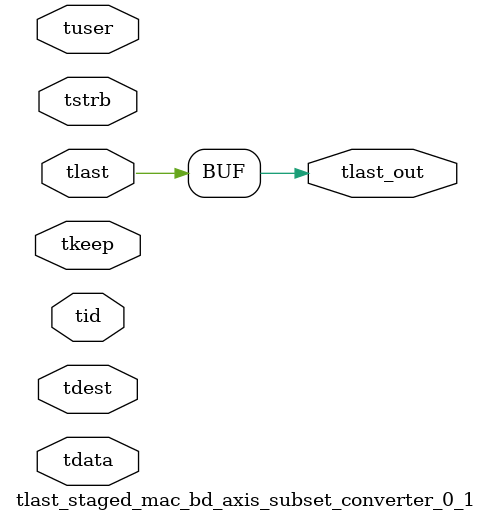
<source format=v>


`timescale 1ps/1ps

module tlast_staged_mac_bd_axis_subset_converter_0_1 #
(
parameter C_S_AXIS_TID_WIDTH   = 1,
parameter C_S_AXIS_TUSER_WIDTH = 0,
parameter C_S_AXIS_TDATA_WIDTH = 0,
parameter C_S_AXIS_TDEST_WIDTH = 0
)
(
input  [(C_S_AXIS_TID_WIDTH   == 0 ? 1 : C_S_AXIS_TID_WIDTH)-1:0       ] tid,
input  [(C_S_AXIS_TDATA_WIDTH == 0 ? 1 : C_S_AXIS_TDATA_WIDTH)-1:0     ] tdata,
input  [(C_S_AXIS_TUSER_WIDTH == 0 ? 1 : C_S_AXIS_TUSER_WIDTH)-1:0     ] tuser,
input  [(C_S_AXIS_TDEST_WIDTH == 0 ? 1 : C_S_AXIS_TDEST_WIDTH)-1:0     ] tdest,
input  [(C_S_AXIS_TDATA_WIDTH/8)-1:0 ] tkeep,
input  [(C_S_AXIS_TDATA_WIDTH/8)-1:0 ] tstrb,
input  [0:0]                                                             tlast,
output                                                                   tlast_out
);

assign tlast_out = {tlast};

endmodule


</source>
